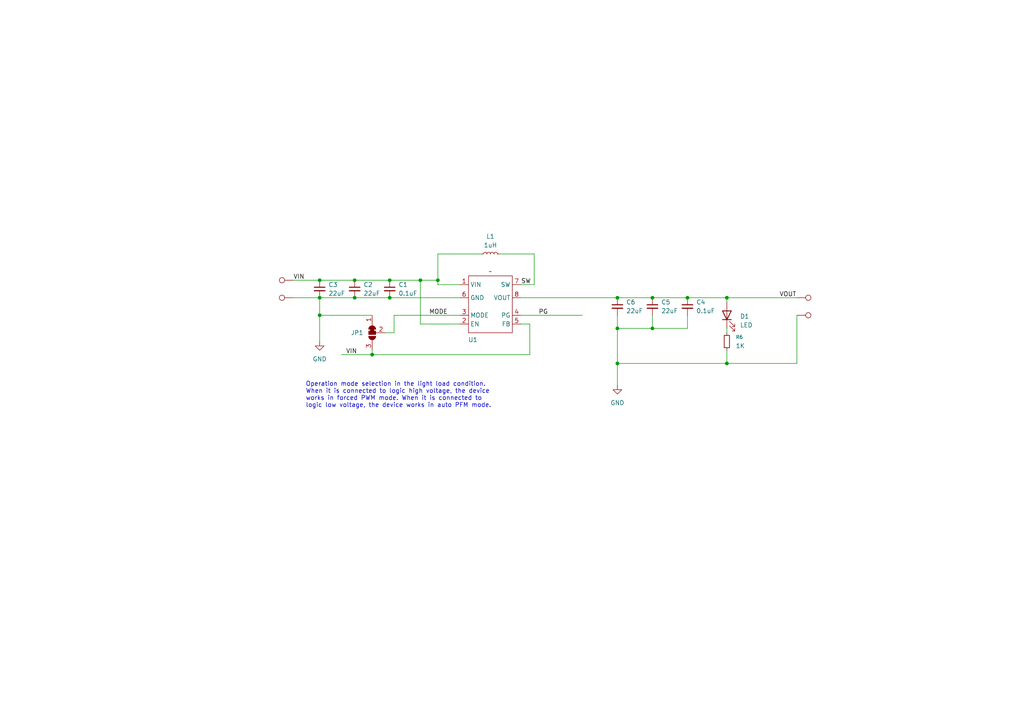
<source format=kicad_sch>
(kicad_sch (version 20250114) (generator "eeschema") (generator_version "9.0")
  (paper "A4")
  (lib_symbols
    (symbol "Connector:TestPoint" (pin_numbers (hide yes)) (pin_names (offset 0.762) (hide yes))
      (property "Reference" "TP" (at 0 6.858 0))
      (property "Value" "TestPoint" (at 0 5.08 0))
      (symbol "TestPoint_0_1"
        (circle (center 0 3.302) (radius 0.762))
      )
      (symbol "TestPoint_1_1"
        (pin passive line (at 0 0 90) (length 2.54) (name "1") (number "1"))
      )
    )
    (symbol "Device:C_Small" (pin_numbers (hide yes)) (pin_names (offset 0.254) (hide yes))
      (property "Reference" "C" (at 0.254 1.778 0))
      (property "Value" "C_Small" (at 0.254 -2.032 0))
      (symbol "C_Small_0_1"
        (polyline (pts (xy -1.524 0.508) (xy 1.524 0.508)) (stroke (width 0.3048)))
        (polyline (pts (xy -1.524 -0.508) (xy 1.524 -0.508)) (stroke (width 0.3302)))
      )
      (symbol "C_Small_1_1"
        (pin passive line (at 0 2.54 270) (length 2.032) (name "~") (number "1"))
        (pin passive line (at 0 -2.54 90) (length 2.032) (name "~") (number "2"))
      )
    )
    (symbol "Device:LED" (pin_numbers (hide yes)) (pin_names (offset 1.016) (hide yes))
      (property "Reference" "D" (at 0 2.54 0))
      (property "Value" "LED" (at 0 -2.54 0))
      (symbol "LED_0_1"
        (polyline (pts (xy -3.048 -0.762) (xy -4.572 -2.286) (xy -3.81 -2.286) (xy -4.572 -2.286) (xy -4.572 -1.524)))
        (polyline (pts (xy -1.778 -0.762) (xy -3.302 -2.286) (xy -2.54 -2.286) (xy -3.302 -2.286) (xy -3.302 -1.524)))
        (polyline (pts (xy -1.27 0) (xy 1.27 0)))
        (polyline (pts (xy -1.27 -1.27) (xy -1.27 1.27)) (stroke (width 0.254)))
        (polyline (pts (xy 1.27 -1.27) (xy 1.27 1.27) (xy -1.27 0) (xy 1.27 -1.27)) (stroke (width 0.254)))
      )
      (symbol "LED_1_1"
        (pin passive line (at -3.81 0 0) (length 2.54) (name "K") (number "1"))
        (pin passive line (at 3.81 0 180) (length 2.54) (name "A") (number "2"))
      )
    )
    (symbol "Device:L_Small" (pin_numbers (hide yes)) (pin_names (offset 0.254) (hide yes))
      (property "Reference" "L" (at 0.762 1.016 0))
      (property "Value" "L_Small" (at 0.762 -1.016 0))
      (symbol "L_Small_0_1"
        (arc (start 0 2.032) (mid 0.5058 1.524) (end 0 1.016))
        (arc (start 0 1.016) (mid 0.5058 0.508) (end 0 0))
        (arc (start 0 0) (mid 0.5058 -0.508) (end 0 -1.016))
        (arc (start 0 -1.016) (mid 0.5058 -1.524) (end 0 -2.032))
      )
      (symbol "L_Small_1_1"
        (pin passive line (at 0 2.54 270) (length 0.508) (name "~") (number "1"))
        (pin passive line (at 0 -2.54 90) (length 0.508) (name "~") (number "2"))
      )
    )
    (symbol "Device:R_Small" (pin_numbers (hide yes)) (pin_names (offset 0.254) (hide yes))
      (property "Reference" "R" (at 0 0 90))
      (property "Value" "R_Small" (at 1.778 0 90))
      (symbol "R_Small_0_1"
        (rectangle (start -0.762 1.778) (end 0.762 -1.778) (stroke (width 0.2032)))
      )
      (symbol "R_Small_1_1"
        (pin passive line (at 0 2.54 270) (length 0.762) (name "~") (number "1"))
        (pin passive line (at 0 -2.54 90) (length 0.762) (name "~") (number "2"))
      )
    )
    (symbol "Jumper:SolderJumper_3_Bridged12" (pin_names (offset 0) (hide yes)) (exclude_from_sim yes) (in_bom no)
      (property "Reference" "JP" (at -2.54 -2.54 0))
      (property "Value" "SolderJumper_3_Bridged12" (at 0 2.794 0))
      (symbol "SolderJumper_3_Bridged12_0_1"
        (polyline (pts (xy -2.54 0) (xy -2.032 0)))
        (polyline (pts (xy -1.016 1.016) (xy -1.016 -1.016)))
        (rectangle (start -1.016 0.508) (end -0.508 -0.508) (fill (type outline)))
        (arc (start -1.016 -1.016) (mid -2.0276 0) (end -1.016 1.016))
        (arc (start -1.016 -1.016) (mid -2.0276 0) (end -1.016 1.016) (fill (type outline)))
        (rectangle (start -0.508 1.016) (end 0.508 -1.016) (fill (type outline)))
        (polyline (pts (xy 0 -1.27) (xy 0 -1.016)))
        (arc (start 1.016 1.016) (mid 2.0276 0) (end 1.016 -1.016))
        (arc (start 1.016 1.016) (mid 2.0276 0) (end 1.016 -1.016) (fill (type outline)))
        (polyline (pts (xy 1.016 1.016) (xy 1.016 -1.016)))
        (polyline (pts (xy 2.54 0) (xy 2.032 0)))
      )
      (symbol "SolderJumper_3_Bridged12_1_1"
        (pin passive line (at -5.08 0 0) (length 2.54) (name "A") (number "1"))
        (pin passive line (at 0 -3.81 90) (length 2.54) (name "C") (number "2"))
        (pin passive line (at 5.08 0 180) (length 2.54) (name "B") (number "3"))
      )
    )
    (symbol "TPS61033:TPS61033"
      (property "Reference" "U" (at -2.54 9.906 0))
      (symbol "TPS61033_0_1"
        (rectangle (start -3.81 8.89) (end 8.89 -7.62))
      )
      (symbol "TPS61033_1_1"
        (pin input line (at -6.35 6.35 0) (length 2.54) (name "VIN") (number "1"))
        (pin input line (at -6.35 2.54 0) (length 2.54) (name "GND") (number "6"))
        (pin input line (at -6.35 -2.54 0) (length 2.54) (name "MODE") (number "3"))
        (pin input line (at -6.35 -5.08 0) (length 2.54) (name "EN") (number "2"))
        (pin input line (at 11.43 6.35 180) (length 2.54) (name "SW") (number "7"))
        (pin output line (at 11.43 2.54 180) (length 2.54) (name "VOUT") (number "8"))
        (pin output line (at 11.43 -2.54 180) (length 2.54) (name "PG") (number "4"))
        (pin output line (at 11.43 -5.08 180) (length 2.54) (name "FB") (number "5"))
      )
    )
    (symbol "power:GND" (power) (pin_numbers (hide yes)) (pin_names (offset 0) (hide yes))
      (property "Value" "GND" (at 0 -3.81 0))
      (symbol "GND_0_1"
        (polyline (pts (xy 0 0) (xy 0 -1.27) (xy 1.27 -1.27) (xy 0 -2.54) (xy -1.27 -1.27) (xy 0 -1.27)))
      )
      (symbol "GND_1_1"
        (pin power_in line (at 0 0 270) (length 0) (name "~") (number "1"))
      )
    )
  )
  (text "Operation mode selection in the light load condition. \nWhen it is connected to logic high voltage, the device \nworks in forced PWM mode. When it is connected to \nlogic low voltage, the device works in auto PFM mode." (at 88.646 114.554 0) (effects (font (size 1.27 1.27)) (justify left)))
  (junction (at 121.92 81.28))
  (junction (at 92.71 81.28))
  (junction (at 113.03 81.28))
  (junction (at 179.07 86.36))
  (junction (at 179.07 105.41))
  (junction (at 189.23 95.25))
  (junction (at 127 81.28))
  (junction (at 210.82 105.41))
  (junction (at 92.71 86.36))
  (junction (at 113.03 86.36))
  (junction (at 189.23 86.36))
  (junction (at 210.82 86.36))
  (junction (at 199.39 86.36))
  (junction (at 102.87 81.28))
  (junction (at 92.71 91.44))
  (junction (at 179.07 95.25))
  (junction (at 107.95 102.87))
  (junction (at 102.87 86.36))
  (wire (pts (xy 179.07 105.41) (xy 210.82 105.41)))
  (wire (pts (xy 121.92 81.28) (xy 127 81.28)))
  (wire (pts (xy 153.67 93.98) (xy 153.67 102.87)))
  (wire (pts (xy 189.23 86.36) (xy 199.39 86.36)))
  (wire (pts (xy 92.71 86.36) (xy 102.87 86.36)))
  (wire (pts (xy 231.14 91.44) (xy 231.14 105.41)))
  (wire (pts (xy 121.92 93.98) (xy 121.92 81.28)))
  (wire (pts (xy 179.07 95.25) (xy 179.07 105.41)))
  (wire (pts (xy 114.3 91.44) (xy 114.3 96.52)))
  (wire (pts (xy 85.09 81.28) (xy 92.71 81.28)))
  (wire (pts (xy 127 81.28) (xy 127 82.55)))
  (wire (pts (xy 179.07 91.44) (xy 179.07 95.25)))
  (wire (pts (xy 179.07 86.36) (xy 189.23 86.36)))
  (wire (pts (xy 179.07 105.41) (xy 179.07 111.76)))
  (wire (pts (xy 111.76 96.52) (xy 114.3 96.52)))
  (wire (pts (xy 102.87 86.36) (xy 113.03 86.36)))
  (wire (pts (xy 151.13 93.98) (xy 153.67 93.98)))
  (wire (pts (xy 199.39 86.36) (xy 210.82 86.36)))
  (wire (pts (xy 154.94 82.55) (xy 154.94 73.66)))
  (wire (pts (xy 199.39 91.44) (xy 199.39 95.25)))
  (wire (pts (xy 231.14 105.41) (xy 210.82 105.41)))
  (wire (pts (xy 113.03 81.28) (xy 121.92 81.28)))
  (wire (pts (xy 113.03 86.36) (xy 133.35 86.36)))
  (wire (pts (xy 133.35 91.44) (xy 114.3 91.44)))
  (wire (pts (xy 210.82 86.36) (xy 210.82 87.63)))
  (wire (pts (xy 210.82 105.41) (xy 210.82 101.6)))
  (wire (pts (xy 99.06 102.87) (xy 107.95 102.87)))
  (wire (pts (xy 210.82 95.25) (xy 210.82 96.52)))
  (wire (pts (xy 92.71 81.28) (xy 102.87 81.28)))
  (wire (pts (xy 210.82 86.36) (xy 231.14 86.36)))
  (wire (pts (xy 127 73.66) (xy 127 81.28)))
  (wire (pts (xy 189.23 95.25) (xy 179.07 95.25)))
  (wire (pts (xy 107.95 102.87) (xy 153.67 102.87)))
  (wire (pts (xy 92.71 91.44) (xy 92.71 99.06)))
  (wire (pts (xy 121.92 93.98) (xy 133.35 93.98)))
  (wire (pts (xy 127 82.55) (xy 133.35 82.55)))
  (wire (pts (xy 154.94 73.66) (xy 144.78 73.66)))
  (wire (pts (xy 107.95 101.6) (xy 107.95 102.87)))
  (wire (pts (xy 151.13 86.36) (xy 179.07 86.36)))
  (wire (pts (xy 85.09 86.36) (xy 92.71 86.36)))
  (wire (pts (xy 189.23 91.44) (xy 189.23 95.25)))
  (wire (pts (xy 92.71 91.44) (xy 107.95 91.44)))
  (wire (pts (xy 151.13 91.44) (xy 168.91 91.44)))
  (wire (pts (xy 92.71 86.36) (xy 92.71 91.44)))
  (wire (pts (xy 102.87 81.28) (xy 113.03 81.28)))
  (wire (pts (xy 151.13 82.55) (xy 154.94 82.55)))
  (wire (pts (xy 139.7 73.66) (xy 127 73.66)))
  (wire (pts (xy 199.39 95.25) (xy 189.23 95.25)))
  (label "SW" (at 151.13 82.55 0))
  (label "VIN" (at 100.33 102.87 0))
  (label "VOUT" (at 226.06 86.36 0))
  (label "VIN" (at 85.09 81.28 0))
  (label "PG" (at 156.21 91.44 0))
  (label "MODE" (at 124.46 91.44 0))
  (symbol (lib_id "Device:R_Small") (at 210.82 99.06 0) (unit 1)
    (property "Reference" "R6" (at 213.36 97.7899 0) (effects (font (size 1.016 1.016)) (justify left)))
    (property "Value" "1K" (at 213.36 100.3299 0) (effects (justify left)))
    (property "Footprint" "Resistor_SMD:R_0603_1608Metric_Pad0.98x0.95mm_HandSolder" (effects (hide yes)))
    (property "Description" "Resistor, small symbol" (effects (hide yes)))
  )
  (symbol (lib_id "Device:LED") (at 210.82 91.44 90) (unit 1)
    (property "Reference" "D1" (at 214.63 91.7574 90) (effects (justify right)))
    (property "Value" "LED" (at 214.63 94.2974 90) (effects (justify right)))
    (property "Footprint" "LED_SMD:LED_0603_1608Metric" (effects (hide yes)))
    (property "Description" "Light emitting diode" (effects (hide yes)))
    (property "Sim.Pins" "1=K 2=A" (effects (hide yes)))
  )
  (symbol (lib_id "Device:C_Small") (at 102.87 83.82 0) (unit 1)
    (property "Reference" "C2" (at 105.41 82.5562 0) (effects (justify left)))
    (property "Value" "22uF" (at 105.41 85.0962 0) (effects (justify left)))
    (property "Footprint" "Capacitor_SMD:C_0603_1608Metric_Pad1.08x0.95mm_HandSolder" (effects (hide yes)))
    (property "Description" "Unpolarized capacitor, small symbol" (effects (hide yes)))
  )
  (symbol (lib_id "Device:C_Small") (at 113.03 83.82 0) (unit 1)
    (property "Reference" "C1" (at 115.57 82.5562 0) (effects (justify left)))
    (property "Value" "0.1uF" (at 115.57 85.0962 0) (effects (justify left)))
    (property "Footprint" "Capacitor_SMD:C_0603_1608Metric_Pad1.08x0.95mm_HandSolder" (effects (hide yes)))
    (property "Description" "Unpolarized capacitor, small symbol" (effects (hide yes)))
  )
  (symbol (lib_id "TPS61033:TPS61033") (at 139.7 88.9 0) (unit 1)
    (property "Reference" "U1" (at 137.16 98.552 0))
    (property "Value" "~" (at 142.24 78.74 0))
    (property "Footprint" "TPS61033:SOT-5X3" (effects (hide yes)))
  )
  (symbol (lib_id "Device:L_Small") (at 142.24 73.66 90) (unit 1)
    (property "Reference" "L1" (at 142.24 68.58 90))
    (property "Value" "1uH" (at 142.24 71.12 90))
    (property "Footprint" "TPS61033:IND_EXLA-0402_EAT" (effects (hide yes)))
    (property "Description" "Inductor, small symbol" (effects (hide yes)))
  )
  (symbol (lib_id "Device:C_Small") (at 189.23 88.9 0) (unit 1)
    (property "Reference" "C5" (at 191.77 87.6362 0) (effects (justify left)))
    (property "Value" "22uF" (at 191.77 90.1762 0) (effects (justify left)))
    (property "Footprint" "Capacitor_SMD:C_0603_1608Metric_Pad1.08x0.95mm_HandSolder" (effects (hide yes)))
    (property "Description" "Unpolarized capacitor, small symbol" (effects (hide yes)))
  )
  (symbol (lib_id "Connector:TestPoint") (at 231.14 86.36 270) (unit 1)
    (property "Reference" "TP3" (effects (hide yes)))
    (property "Value" "TestPoint" (effects (hide yes)))
    (property "Footprint" "TPS61033:TestPoint_THTPad_1.5x1.5mm_Drill0.7mm" (effects (hide yes)))
    (property "Description" "test point" (effects (hide yes)))
  )
  (symbol (lib_id "Jumper:SolderJumper_3_Bridged12") (at 107.95 96.52 90) (mirror x) (unit 1)
    (property "Reference" "JP1" (at 105.41 96.5199 90) (effects (justify left)))
    (property "Value" "SolderJumper_3_Bridged12" (effects (hide yes)))
    (property "Footprint" "TPS61033:SolderJumper-3_P1.3mm_Open_RoundedPad1.0x1.5mm" (effects (hide yes)))
    (property "Description" "3-pole Solder Jumper, pins 1+2 closed/bridged" (effects (hide yes)))
  )
  (symbol (lib_id "Connector:TestPoint") (at 85.09 81.28 90) (unit 1)
    (property "Reference" "TP1" (effects (hide yes)))
    (property "Value" "TestPoint" (effects (hide yes)))
    (property "Footprint" "TPS61033:TestPoint_THTPad_1.5x1.5mm_Drill0.7mm" (effects (hide yes)))
    (property "Description" "test point" (effects (hide yes)))
  )
  (symbol (lib_id "Device:C_Small") (at 199.39 88.9 0) (unit 1)
    (property "Reference" "C4" (at 201.93 87.6362 0) (effects (justify left)))
    (property "Value" "0.1uF" (at 201.93 90.1762 0) (effects (justify left)))
    (property "Footprint" "Capacitor_SMD:C_0603_1608Metric_Pad1.08x0.95mm_HandSolder" (effects (hide yes)))
    (property "Description" "Unpolarized capacitor, small symbol" (effects (hide yes)))
  )
  (symbol (lib_id "Connector:TestPoint") (at 85.09 86.36 90) (unit 1)
    (property "Reference" "TP2" (effects (hide yes)))
    (property "Value" "TestPoint" (effects (hide yes)))
    (property "Footprint" "TPS61033:TestPoint_THTPad_1.5x1.5mm_Drill0.7mm" (effects (hide yes)))
    (property "Description" "test point" (effects (hide yes)))
  )
  (symbol (lib_id "power:GND") (at 92.71 99.06 0) (unit 1)
    (property "Reference" "#PWR01" (effects (hide yes)))
    (property "Value" "GND" (at 92.71 104.14 0))
    (property "Description" "Power symbol creates a global label with name \"GND\" , ground" (effects (hide yes)))
  )
  (symbol (lib_id "Connector:TestPoint") (at 231.14 91.44 270) (unit 1)
    (property "Reference" "TP4" (effects (hide yes)))
    (property "Value" "TestPoint" (effects (hide yes)))
    (property "Footprint" "TPS61033:TestPoint_THTPad_1.5x1.5mm_Drill0.7mm" (effects (hide yes)))
    (property "Description" "test point" (effects (hide yes)))
  )
  (symbol (lib_id "Device:C_Small") (at 92.71 83.82 0) (unit 1)
    (property "Reference" "C3" (at 95.25 82.5562 0) (effects (justify left)))
    (property "Value" "22uF" (at 95.25 85.0962 0) (effects (justify left)))
    (property "Footprint" "Capacitor_SMD:C_0603_1608Metric_Pad1.08x0.95mm_HandSolder" (effects (hide yes)))
    (property "Description" "Unpolarized capacitor, small symbol" (effects (hide yes)))
  )
  (symbol (lib_id "power:GND") (at 179.07 111.76 0) (unit 1)
    (property "Reference" "#PWR03" (effects (hide yes)))
    (property "Value" "GND" (at 179.07 116.84 0))
    (property "Description" "Power symbol creates a global label with name \"GND\" , ground" (effects (hide yes)))
  )
  (symbol (lib_id "Device:C_Small") (at 179.07 88.9 0) (unit 1)
    (property "Reference" "C6" (at 181.61 87.6362 0) (effects (justify left)))
    (property "Value" "22uF" (at 181.61 90.1762 0) (effects (justify left)))
    (property "Footprint" "Capacitor_SMD:C_0603_1608Metric_Pad1.08x0.95mm_HandSolder" (effects (hide yes)))
    (property "Description" "Unpolarized capacitor, small symbol" (effects (hide yes)))
  )
)
</source>
